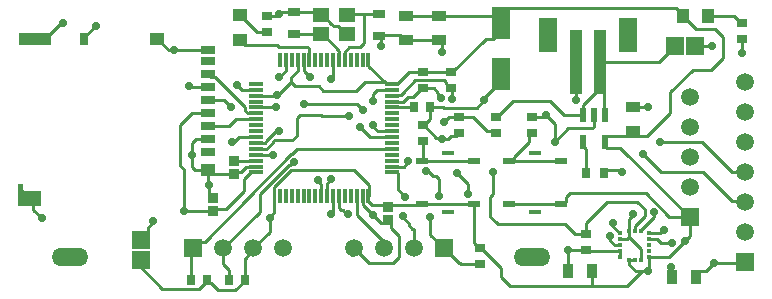
<source format=gbr>
G04*
G04 #@! TF.GenerationSoftware,Altium Limited,Altium Designer,22.4.2 (48)*
G04*
G04 Layer_Physical_Order=1*
G04 Layer_Color=255*
%FSLAX25Y25*%
%MOIN*%
G70*
G04*
G04 #@! TF.SameCoordinates,35B363B0-4A87-487E-8715-F30847FC6155*
G04*
G04*
G04 #@! TF.FilePolarity,Positive*
G04*
G01*
G75*
%ADD10C,0.04507*%
%ADD11R,0.11024X0.03937*%
%ADD12R,0.04724X0.03937*%
%ADD13R,0.03150X0.03937*%
%ADD14R,0.04724X0.02756*%
%ADD15R,0.03197X0.03666*%
%ADD16R,0.03765X0.04749*%
%ADD17R,0.04749X0.03765*%
%ADD18R,0.03937X0.01772*%
%ADD19R,0.03937X0.02362*%
%ADD20R,0.06299X0.11811*%
%ADD21R,0.03937X0.21654*%
%ADD22R,0.01378X0.01772*%
%ADD23R,0.01772X0.01378*%
%ADD24R,0.03197X0.02593*%
%ADD25R,0.03150X0.03543*%
%ADD26R,0.06127X0.06213*%
%ADD27R,0.06213X0.06127*%
%ADD28R,0.02593X0.03197*%
%ADD29R,0.05512X0.04528*%
%ADD30R,0.02362X0.04724*%
%ADD31R,0.04331X0.04724*%
%ADD32R,0.04724X0.04331*%
%ADD33R,0.04355X0.02977*%
%ADD34R,0.04724X0.01181*%
%ADD35R,0.01181X0.04724*%
%ADD36R,0.06299X0.11024*%
%ADD47C,0.01000*%
%ADD48R,0.05906X0.05906*%
%ADD49C,0.05906*%
%ADD50O,0.12205X0.06000*%
%ADD51R,0.05906X0.05906*%
%ADD52C,0.02756*%
G36*
X218689Y337280D02*
Y332161D01*
X211209D01*
Y339445D01*
X212587D01*
Y337870D01*
X213177Y337280D01*
X218689D01*
D01*
D02*
G37*
D10*
X215988Y334665D02*
D03*
D11*
X216720Y387870D02*
D03*
D12*
X257469D02*
D03*
X274398Y343972D02*
D03*
D13*
X233059Y387870D02*
D03*
D14*
X274398Y384130D02*
D03*
Y380390D02*
D03*
Y376059D02*
D03*
Y371728D02*
D03*
Y367398D02*
D03*
Y363067D02*
D03*
Y358736D02*
D03*
Y354406D02*
D03*
Y350075D02*
D03*
D15*
X276000Y334628D02*
D03*
Y330372D02*
D03*
X334500Y327372D02*
D03*
Y331628D02*
D03*
X283000Y342872D02*
D03*
Y347128D02*
D03*
D16*
X394429Y310500D02*
D03*
X402500D02*
D03*
X428965Y308500D02*
D03*
X437035D02*
D03*
D17*
X416000Y365035D02*
D03*
Y356965D02*
D03*
X351500Y395500D02*
D03*
Y387429D02*
D03*
X340500Y395535D02*
D03*
Y387465D02*
D03*
D18*
X383500Y330000D02*
D03*
Y349882D02*
D03*
X354500Y349941D02*
D03*
Y330059D02*
D03*
D19*
X374839Y332657D02*
D03*
Y347224D02*
D03*
X392161Y332657D02*
D03*
Y347224D02*
D03*
X363161Y347284D02*
D03*
Y332717D02*
D03*
X345839Y347284D02*
D03*
Y332717D02*
D03*
D20*
X414386Y389000D02*
D03*
X387614D02*
D03*
D21*
X397063Y380142D02*
D03*
X404937D02*
D03*
D22*
X418646Y314209D02*
D03*
X416677D02*
D03*
X414709D02*
D03*
Y323854D02*
D03*
X416677D02*
D03*
X418646D02*
D03*
D23*
X411854Y315094D02*
D03*
Y317063D02*
D03*
Y319032D02*
D03*
Y321000D02*
D03*
Y322969D02*
D03*
X421500D02*
D03*
Y321000D02*
D03*
Y319032D02*
D03*
Y317063D02*
D03*
Y315094D02*
D03*
D24*
X400500Y317336D02*
D03*
Y322664D02*
D03*
X346000Y359000D02*
D03*
Y353672D02*
D03*
X382500Y361664D02*
D03*
Y356336D02*
D03*
X370500D02*
D03*
Y361664D02*
D03*
X358000Y356336D02*
D03*
Y361664D02*
D03*
X294000Y395328D02*
D03*
Y390000D02*
D03*
X346000Y376664D02*
D03*
Y371336D02*
D03*
X365000Y318164D02*
D03*
Y312836D02*
D03*
X355500Y376664D02*
D03*
Y371336D02*
D03*
X452500Y387836D02*
D03*
Y393164D02*
D03*
D25*
X406406Y343000D02*
D03*
X400500D02*
D03*
D26*
X252000Y314098D02*
D03*
Y320902D02*
D03*
D27*
X430000Y385500D02*
D03*
X436804D02*
D03*
D28*
X286664Y307500D02*
D03*
X281336D02*
D03*
X274164D02*
D03*
X268836D02*
D03*
X348500Y365000D02*
D03*
X343172D02*
D03*
D29*
X320831Y395650D02*
D03*
X312169D02*
D03*
Y389350D02*
D03*
X320831D02*
D03*
D30*
X406740Y353445D02*
D03*
X399260D02*
D03*
Y362500D02*
D03*
X403000D02*
D03*
X406740D02*
D03*
D31*
X432866Y395500D02*
D03*
X441134D02*
D03*
D32*
X285000Y387366D02*
D03*
Y395634D02*
D03*
D33*
X331500Y388858D02*
D03*
Y396142D02*
D03*
X303000Y396642D02*
D03*
Y389358D02*
D03*
D34*
X335776Y372843D02*
D03*
Y370874D02*
D03*
Y368906D02*
D03*
Y366937D02*
D03*
Y364969D02*
D03*
Y363000D02*
D03*
Y361032D02*
D03*
Y359063D02*
D03*
Y357095D02*
D03*
Y355126D02*
D03*
Y353158D02*
D03*
Y351189D02*
D03*
Y349221D02*
D03*
Y347252D02*
D03*
Y345284D02*
D03*
Y343315D02*
D03*
X290500D02*
D03*
Y345284D02*
D03*
Y347252D02*
D03*
Y349221D02*
D03*
Y351189D02*
D03*
Y353158D02*
D03*
Y355126D02*
D03*
Y357095D02*
D03*
Y359063D02*
D03*
Y361032D02*
D03*
Y363000D02*
D03*
Y364969D02*
D03*
Y366937D02*
D03*
Y368906D02*
D03*
Y370874D02*
D03*
Y372843D02*
D03*
D35*
X327902Y335441D02*
D03*
X325933D02*
D03*
X323965D02*
D03*
X321996D02*
D03*
X320028D02*
D03*
X318059D02*
D03*
X316091D02*
D03*
X314122D02*
D03*
X312154D02*
D03*
X310185D02*
D03*
X308217D02*
D03*
X306248D02*
D03*
X304280D02*
D03*
X302311D02*
D03*
X300343D02*
D03*
X298374D02*
D03*
Y380717D02*
D03*
X300343D02*
D03*
X302311D02*
D03*
X304280D02*
D03*
X306248D02*
D03*
X308217D02*
D03*
X310185D02*
D03*
X312154D02*
D03*
X314122D02*
D03*
X316091D02*
D03*
X318059D02*
D03*
X320028D02*
D03*
X321996D02*
D03*
X323965D02*
D03*
X325933D02*
D03*
X327902D02*
D03*
D36*
X372000Y376035D02*
D03*
Y392965D02*
D03*
D47*
X424000Y321000D02*
X425318Y319682D01*
X428912D01*
X423000Y328406D02*
Y330000D01*
X395000Y336500D02*
X420269D01*
X428199Y328571D01*
X434929D01*
X416717Y325510D02*
X420000Y328793D01*
X417500Y333500D02*
X420000Y331000D01*
Y328793D02*
Y331000D01*
X414709Y323854D02*
Y327733D01*
X416000Y329025D01*
Y329500D01*
X424994Y322969D02*
X426025Y324000D01*
X421500Y322969D02*
X424994D01*
X426025Y324000D02*
X426500D01*
X414709Y321775D02*
X418646Y317838D01*
X333500Y326500D02*
X334880D01*
X335340Y326039D01*
Y324659D02*
Y326039D01*
X333487Y326513D02*
X333500Y326500D01*
X326000Y332500D02*
X331987Y326513D01*
X335340Y324659D02*
X338000Y322000D01*
X331987Y326513D02*
X333487D01*
X249500Y322500D02*
X253555D01*
X254563Y323508D01*
Y325088D01*
X256000Y326525D02*
Y327000D01*
X254563Y325088D02*
X256000Y326525D01*
X440374Y310374D02*
X443000Y313000D01*
X437035Y308500D02*
Y308992D01*
X438418Y310374D01*
X440374D01*
X416000Y365035D02*
X420965D01*
X421000Y365000D01*
X420807Y355307D02*
X428500Y363000D01*
X407421Y355307D02*
X420807D01*
X428500Y363000D02*
Y370000D01*
X402500Y305500D02*
X413957D01*
X375000D02*
X402500D01*
Y310500D01*
X394429D02*
X394500Y310571D01*
Y317500D01*
X372000Y308500D02*
X375000Y305500D01*
X413957D02*
X418957Y310500D01*
X372000Y308500D02*
Y311466D01*
X394500Y317500D02*
X394582Y317418D01*
X400418D01*
X400773Y317063D01*
X335776Y343315D02*
X337547D01*
X337638Y337636D02*
Y343224D01*
Y337636D02*
X340000Y335274D01*
X337547Y343315D02*
X337638Y343224D01*
X274901Y335727D02*
Y338981D01*
X274398Y339484D02*
Y343972D01*
X274901Y335727D02*
X276000Y334628D01*
X274398Y339484D02*
X274901Y338981D01*
X280508Y331008D02*
X286500Y337000D01*
X277099Y331008D02*
X280508D01*
X286500Y337000D02*
Y341087D01*
X277000Y330500D02*
Y330909D01*
X266500Y330500D02*
X277000D01*
Y330909D02*
X277099Y331008D01*
X266500Y330500D02*
Y344238D01*
X265000Y345738D02*
Y359000D01*
Y345738D02*
X266500Y344238D01*
X312023Y362500D02*
X312523Y362000D01*
X321500D01*
X397000Y380079D02*
X397063Y380142D01*
X397000Y367335D02*
Y380079D01*
X350466Y354836D02*
X352164D01*
X352500Y354500D01*
X346000Y359000D02*
X346302D01*
X350466Y354836D01*
X346302Y359000D02*
X348500Y361198D01*
X369500Y336275D02*
Y343500D01*
X368500Y335275D02*
X369500Y336275D01*
X368500Y328525D02*
Y335275D01*
X355198Y371336D02*
X355500D01*
X355889Y370947D01*
Y367880D02*
Y370947D01*
X375224Y347224D02*
X392161D01*
X375224D02*
X375500Y347500D01*
X374839Y347224D02*
X375224D01*
X375500Y347500D02*
X375902D01*
X350818Y369657D02*
X352000Y368475D01*
Y368000D02*
Y368475D01*
X363999Y364833D02*
X366500Y367335D01*
X352871Y365000D02*
X353037Y364833D01*
X348500Y365000D02*
X352871D01*
X349664Y371336D02*
X350818Y370181D01*
Y369657D02*
Y370181D01*
X353037Y364833D02*
X363999D01*
X390000Y353500D02*
Y359500D01*
X387000Y362500D02*
X390000Y359500D01*
X339425Y369925D02*
X343500Y374000D01*
X339425Y369750D02*
Y369925D01*
X335776Y368906D02*
X335866Y368996D01*
X343500Y374000D02*
X352914D01*
X338671Y368996D02*
X339425Y369750D01*
X335866Y368996D02*
X338671D01*
X339437Y366937D02*
X341000Y368500D01*
X342862D01*
X335776Y366937D02*
X339437D01*
X351500Y335382D02*
Y341000D01*
X345217Y332717D02*
X363161D01*
X330930Y357095D02*
X335776D01*
X329500Y358525D02*
X330930Y357095D01*
X329500Y358525D02*
Y359000D01*
X316262Y392098D02*
X317590D01*
X315458Y392902D02*
X316262Y392098D01*
X312661Y395650D02*
X315409Y392902D01*
X320339Y389350D02*
X320831D01*
X317590Y392098D02*
X320339Y389350D01*
X315409Y392902D02*
X315458D01*
X312169Y395650D02*
X312661D01*
X326500Y386500D02*
Y396142D01*
X325058Y385058D02*
X326500Y386500D01*
X321432Y385058D02*
X325058D01*
X326500Y396142D02*
X331500D01*
X323642D02*
X326500D01*
X319937Y383563D02*
X321432Y385058D01*
X312661Y389350D02*
X318059Y383953D01*
Y380717D02*
Y383953D01*
X319937Y380807D02*
X320028Y380717D01*
X319937Y380807D02*
Y383563D01*
X286850Y363845D02*
Y365150D01*
X274398Y376059D02*
X275276Y375181D01*
X276819D01*
X286850Y365150D01*
X287604Y363091D02*
X288638D01*
X288728Y363000D01*
X290500D01*
X286850Y363845D02*
X287604Y363091D01*
X296685Y356664D02*
X297664D01*
X294150Y354128D02*
X296685Y356664D01*
X295937Y353388D02*
X296523Y353974D01*
X295937Y353262D02*
Y353388D01*
X304000Y355500D02*
Y361500D01*
X294150Y354002D02*
Y354128D01*
X293395Y353248D02*
X294150Y354002D01*
X290558Y351132D02*
X293807D01*
X302474Y353974D02*
X304000Y355500D01*
X293807Y351132D02*
X295937Y353262D01*
X290591Y353248D02*
X293395D01*
X290500Y353158D02*
X290591Y353248D01*
X296523Y353974D02*
X302474D01*
X304000Y361500D02*
X305000Y362500D01*
X287647Y334947D02*
X302031Y349331D01*
X271763Y320263D02*
X273263D01*
X302660Y346665D02*
X303135D01*
X287647Y334647D02*
Y334947D01*
X302031Y349331D02*
X302331D01*
X273263Y320263D02*
X287647Y334647D01*
X301287Y345787D02*
X301782D01*
X302331Y349331D02*
X304189Y351189D01*
X301782Y345787D02*
X302660Y346665D01*
X291719Y336219D02*
X301287Y345787D01*
X304189Y351189D02*
X335776D01*
X269500Y318000D02*
X271763Y320263D01*
X302160Y344000D02*
X323000D01*
X296496Y338336D02*
X302160Y344000D01*
X296496Y329971D02*
Y338336D01*
X295000Y328475D02*
X296496Y329971D01*
X295000Y323500D02*
Y328475D01*
X291719Y330219D02*
Y336219D01*
X339500Y328207D02*
Y328665D01*
X312154Y335441D02*
Y339371D01*
X311135Y340390D02*
X312154Y339371D01*
X311135Y340390D02*
Y340865D01*
X349364Y342216D02*
X350284D01*
X361000Y336054D02*
Y339500D01*
X347643Y343937D02*
X349364Y342216D01*
X347168Y343937D02*
X347643D01*
X350284Y342216D02*
X351500Y341000D01*
X357500Y343000D02*
X361000Y339500D01*
X357335Y343000D02*
X357500D01*
X339603Y345284D02*
X341000Y346680D01*
X335776Y345284D02*
X339603D01*
X341000Y346680D02*
Y347000D01*
X366836Y368509D02*
X371000Y372673D01*
X432866Y395303D02*
Y395697D01*
X375212Y397976D02*
X375235Y398000D01*
X430366D02*
X431004Y397362D01*
X372000Y392965D02*
Y395327D01*
X375235Y398000D02*
X430366D01*
X372000Y395327D02*
X374650Y397976D01*
X375212D01*
X322061Y315734D02*
X323827Y317500D01*
X323664Y317336D02*
X328000Y313000D01*
X323000Y318000D02*
X323664Y317336D01*
X338000Y315000D02*
Y322000D01*
X336000Y313000D02*
X338000Y315000D01*
X328000Y313000D02*
X336000D01*
X390000Y353500D02*
X394500Y358000D01*
X403000Y358586D02*
Y362500D01*
X402414Y358000D02*
X403000Y358586D01*
X394500Y358000D02*
X402414D01*
X353621Y372913D02*
Y373293D01*
X352914Y374000D02*
X353621Y373293D01*
Y372913D02*
X355198Y371336D01*
X345698D02*
X346000D01*
X342862Y368500D02*
X345698Y371336D01*
X335776Y364969D02*
X343140D01*
X343172Y365000D01*
X346000Y371336D02*
X349664D01*
X329500Y367000D02*
Y369494D01*
X330880Y370874D01*
X335776D01*
X305000Y362500D02*
X312023D01*
X306500Y366000D02*
X323930D01*
X325930Y364000D02*
X326000D01*
X323930Y366000D02*
X325930Y364000D01*
X326000Y332500D02*
Y335374D01*
X275263Y306401D02*
X277664Y304000D01*
X259196Y304500D02*
X271466D01*
X333347Y373500D02*
X334004Y372843D01*
X335776D01*
X277664Y304000D02*
X283466D01*
X271466Y304500D02*
X274164Y307198D01*
X251606Y312090D02*
X259196Y304500D01*
X283466Y304000D02*
X286664Y307198D01*
X325933Y335441D02*
X326000Y335374D01*
X348500Y322500D02*
Y328500D01*
Y322500D02*
X353000Y318000D01*
X315500Y329975D02*
X316091Y330566D01*
Y335441D01*
X315500Y329500D02*
Y329975D01*
X320525Y329500D02*
X321000D01*
X319396Y330629D02*
X320525Y329500D01*
X318059Y331336D02*
Y335441D01*
X318766Y330629D02*
X319396D01*
X318059Y331336D02*
X318766Y330629D01*
X341339Y325661D02*
Y326368D01*
X339500Y328207D02*
X341339Y326368D01*
Y325661D02*
X342500Y324500D01*
X343000Y318000D02*
Y324500D01*
X342500D02*
X343000D01*
X306339Y377162D02*
Y380626D01*
Y377162D02*
X308500Y375000D01*
X311337Y372000D02*
X312837Y370500D01*
X303500Y372000D02*
X311337D01*
X302028Y373472D02*
X303500Y372000D01*
X316091Y375566D02*
Y380717D01*
X315500Y374500D02*
Y374975D01*
X316091Y375566D01*
X326825Y373500D02*
X333347D01*
X327902Y378945D02*
X333347Y373500D01*
X323825Y370500D02*
X326825Y373500D01*
X335776Y372843D02*
X337547D01*
X312837Y370500D02*
X323825D01*
X376138Y367000D02*
X388500D01*
X393000Y362500D02*
X399260D01*
X388500Y367000D02*
X393000Y362500D01*
X386164Y361664D02*
X387000Y362500D01*
X382500Y361664D02*
X386164D01*
X365302Y318164D02*
X372000Y311466D01*
X418957Y310500D02*
X420914D01*
X417000D02*
X418957D01*
X365000Y318164D02*
X365302D01*
X393630Y333338D02*
Y335130D01*
X395000Y336500D01*
X392949Y332657D02*
X393630Y333338D01*
X392221Y332657D02*
X392949D01*
X374839D02*
X392161D01*
X368500Y328525D02*
X370250Y326775D01*
Y326750D02*
Y326775D01*
Y326750D02*
X371000Y326000D01*
X393500D01*
X396836Y322664D02*
X400500D01*
X393500Y326000D02*
X396836Y322664D01*
X314122Y335441D02*
Y339622D01*
X315500Y341000D01*
X414709Y321775D02*
Y323854D01*
X412000Y344000D02*
X412500Y343500D01*
X407406Y344000D02*
X412000D01*
X406406Y343000D02*
X407406Y344000D01*
X300252Y377252D02*
Y379500D01*
X298000Y375000D02*
X300252Y377252D01*
Y379500D02*
X300343Y379591D01*
Y380717D01*
X297664Y356664D02*
X298000Y357000D01*
X290500Y351189D02*
X290558Y351132D01*
X284601Y355126D02*
X290500D01*
X282975Y353500D02*
X284601Y355126D01*
X282500Y353500D02*
X282975D01*
X325000Y358500D02*
X328374Y355126D01*
X335776D01*
X306248Y380717D02*
X306339Y380626D01*
X304280Y377280D02*
Y380717D01*
X302028Y373472D02*
Y375028D01*
X304280Y377280D01*
X297461Y368906D02*
X302028Y373472D01*
X407500Y333500D02*
X417500D01*
X400500Y326500D02*
X407500Y333500D01*
X400500Y322664D02*
Y326500D01*
X297985Y395985D02*
X298642Y396642D01*
X297328Y395328D02*
X297985Y395985D01*
X274164Y307198D02*
Y307500D01*
X352500Y383500D02*
Y386429D01*
X351500Y387429D02*
X352500Y386429D01*
X331929Y388858D02*
X332358D01*
X332000Y385500D02*
Y388787D01*
X331929Y388858D02*
X332000Y388787D01*
X331500Y388858D02*
X331929D01*
X340008Y387465D02*
X340500D01*
X351465D01*
X351500Y387429D01*
X338473Y389000D02*
X340008Y387465D01*
X332500Y389000D02*
X338473D01*
X332358Y388858D02*
X332500Y389000D01*
X320831Y389350D02*
X321323Y388858D01*
X303000Y396642D02*
X310358D01*
X311350Y395650D01*
X312169D01*
X298642Y396642D02*
X303000D01*
X294000Y395328D02*
X297328D01*
X285000Y395634D02*
X285197D01*
X290831Y390000D01*
X294000D01*
X297299Y385701D02*
X298000Y385000D01*
X285000Y387366D02*
X286665Y385701D01*
X297299D01*
X307631Y385000D02*
X308217Y384414D01*
Y380717D02*
Y384414D01*
X298000Y385000D02*
X307631D01*
X272000Y384000D02*
X272500Y383500D01*
X263000Y384000D02*
X272000D01*
X272500Y383500D02*
X273768D01*
X274398Y384130D01*
X416677Y323854D02*
X416717Y323895D01*
Y325510D01*
X418646Y324051D02*
X423000Y328406D01*
X421500Y321000D02*
X424000D01*
X418646Y323854D02*
Y324051D01*
X411657Y322969D02*
X411854D01*
X409500Y325126D02*
X411657Y322969D01*
X409500Y325126D02*
Y326500D01*
X408500Y320500D02*
X410000Y319000D01*
X408500Y320500D02*
Y322000D01*
X410000Y319000D02*
X411823D01*
X411854Y319032D01*
X348500Y361198D02*
Y365000D01*
X352500Y354500D02*
X354500D01*
X355539Y355539D02*
X357203D01*
X354500Y354500D02*
X355539Y355539D01*
X357203D02*
X358000Y356336D01*
X371000Y372673D02*
Y373000D01*
X372000Y374000D01*
Y376035D01*
X449862Y395500D02*
X452198Y393164D01*
X452500D01*
X441134Y395500D02*
X449862D01*
X436804Y385500D02*
X442500D01*
X446000Y381500D02*
Y388500D01*
X436944Y391225D02*
X443275D01*
X446000Y388500D01*
X436000Y377500D02*
X442000D01*
X446000Y381500D01*
X428500Y370000D02*
X436000Y377500D01*
X433500Y320500D02*
X435000Y322000D01*
X428094Y315094D02*
X433500Y320500D01*
X452500Y383000D02*
Y387836D01*
X400500Y343000D02*
Y351024D01*
X399260Y352264D02*
Y353445D01*
Y352264D02*
X400500Y351024D01*
X268000Y372000D02*
X268272Y371728D01*
X274398D01*
X285626Y370874D02*
X288910D01*
X284000Y372500D02*
X285626Y370874D01*
X288910D02*
X289000Y370965D01*
X289090Y370874D01*
X290500D01*
X353000Y360000D02*
X354664Y361664D01*
X358000D01*
X370198Y356336D02*
X370500D01*
X269000Y349000D02*
Y353000D01*
Y345000D02*
Y349000D01*
X290409Y345193D02*
X290500Y345284D01*
X287193Y345193D02*
X290409D01*
X285513Y343513D02*
X287193Y345193D01*
X283641Y343513D02*
X285513D01*
X283000Y342872D02*
X283641Y343513D01*
X274398Y343972D02*
X275498Y342872D01*
X283000D01*
X346000Y347445D02*
Y353672D01*
X345839Y347284D02*
X346000Y347445D01*
X381401Y353401D02*
Y355539D01*
X375902Y347500D02*
X376307Y347905D01*
Y348307D01*
X381401Y353401D01*
Y355539D02*
X382198Y356336D01*
X382500D01*
X345839Y347284D02*
X363161D01*
X400773Y317063D02*
X411854D01*
X411760Y315000D02*
X411854Y315094D01*
X418646Y314209D02*
Y317838D01*
X414123Y321189D02*
X414709Y321775D01*
X412043Y321189D02*
X414123D01*
X411854Y321000D02*
X412043Y321189D01*
X411854Y315094D02*
Y317063D01*
X290516Y364984D02*
X296984D01*
X297000Y365000D01*
X290500Y364969D02*
X290516Y364984D01*
X419500Y349500D02*
X425500Y343500D01*
X439500D01*
X449047Y333953D01*
X453047D02*
X453500Y333500D01*
X449047Y333953D02*
X453047D01*
X425000Y353500D02*
X439000D01*
X449000Y343500D01*
X453500D01*
X323827Y317500D02*
X324000D01*
X323500Y318000D02*
X324000Y317500D01*
X323000Y318000D02*
X323500D01*
X215988Y334665D02*
X216088Y334565D01*
Y330912D02*
Y334565D01*
Y330912D02*
X219000Y328000D01*
X219500Y388000D02*
X220394D01*
X225394Y393000D01*
X226000D01*
X216720Y387870D02*
X219370D01*
X219500Y388000D01*
X233059Y387870D02*
Y388264D01*
X236795Y392000D01*
X237000D01*
X259231Y386244D02*
X261474Y384000D01*
X263000D01*
X257469Y387870D02*
X257762D01*
X259231Y386402D01*
Y386244D02*
Y386402D01*
X269000Y353000D02*
X270406Y354406D01*
X274398D01*
X270028Y343972D02*
X274398D01*
X269000Y345000D02*
X270028Y343972D01*
X358000Y361664D02*
X362836D01*
X367500Y357000D01*
X369836D01*
X370500Y356336D01*
X370802Y361664D02*
X376138Y367000D01*
X370500Y361664D02*
X370802D01*
X399260Y362500D02*
X399276Y362517D01*
X323000Y344000D02*
X328000Y339000D01*
X314031Y380807D02*
X314122Y380717D01*
X435000Y322000D02*
Y328500D01*
X411888Y351612D02*
X434929Y328571D01*
X407421Y351612D02*
X411888D01*
X406740Y353445D02*
Y354626D01*
Y352294D02*
Y353445D01*
Y352294D02*
X407421Y351612D01*
X432866Y395303D02*
X436944Y391225D01*
X431201Y397362D02*
X432866Y395697D01*
X406740Y354626D02*
X407421Y355307D01*
X269067Y363067D02*
X274398D01*
X265000Y359000D02*
X269067Y363067D01*
X290500Y368906D02*
X297461D01*
X414898Y312602D02*
Y314020D01*
X414709Y314209D02*
X414898Y314020D01*
Y312602D02*
X417000Y310500D01*
X421500Y311086D02*
Y315094D01*
X420914Y310500D02*
X421500Y311086D01*
Y315094D02*
X428094D01*
X328963Y332608D02*
X345108D01*
X327902Y333669D02*
X328963Y332608D01*
X327902Y333669D02*
Y335441D01*
X345108Y332608D02*
X345217Y332717D01*
X327992Y338164D02*
X328000Y338172D01*
Y339000D01*
X327902Y335441D02*
X327992Y335532D01*
Y338164D01*
X363161Y319701D02*
Y332687D01*
X353000Y318000D02*
X358000Y313000D01*
X358500D01*
X358664Y312836D01*
X365000D01*
X363161Y319701D02*
X364698Y318164D01*
X365000D01*
X429957Y385500D02*
X430000D01*
X424599Y380142D02*
X429957Y385500D01*
X404937Y380142D02*
X424599D01*
X406000Y370000D02*
X406500Y369500D01*
Y362673D02*
Y369500D01*
X399276Y365776D02*
X403315Y369815D01*
X403469D02*
X404937Y371284D01*
X399276Y362517D02*
Y365776D01*
X403315Y369815D02*
X403469D01*
X404937Y371284D02*
Y380142D01*
X327902Y378945D02*
Y380717D01*
X337547Y372843D02*
X341369Y376664D01*
X346000D01*
X355500D02*
X355802D01*
X346000D02*
X355500D01*
X369350Y387953D02*
X372000Y390602D01*
Y392965D01*
X355802Y376664D02*
X367091Y387953D01*
X369350D01*
X274563Y306800D02*
X274961Y306401D01*
X251563Y312090D02*
X251606D01*
X286664Y307198D02*
Y307500D01*
X274961Y306401D02*
X275263D01*
X279500Y318000D02*
X291719Y330219D01*
X289500Y318000D02*
X295000Y323500D01*
X286500Y341087D02*
X288728Y343315D01*
X290500D01*
X279500Y312686D02*
Y318000D01*
X289500Y317374D02*
Y318000D01*
X286664Y307500D02*
Y314539D01*
X289500Y317374D01*
X281336Y307500D02*
Y310850D01*
X279500Y312686D02*
X281336Y310850D01*
X268836Y307500D02*
Y316164D01*
X268500Y316500D02*
X268836Y316164D01*
X268500Y316500D02*
X269500Y317500D01*
Y318000D01*
X351500Y395500D02*
X369465D01*
X372000Y392965D01*
X340500Y395535D02*
X351465D01*
X351500Y395500D01*
X414709Y314209D02*
X416677D01*
X443000Y313000D02*
X453000D01*
X453500Y313500D01*
X431004Y397362D02*
X431201D01*
X320831Y395650D02*
X321181Y396000D01*
X312169Y389350D02*
X312661D01*
X312161Y389358D02*
X312169Y389350D01*
X323500Y396000D02*
X323642Y396142D01*
X303858Y389358D02*
X312161D01*
X303500Y389000D02*
X303858Y389358D01*
X303142D02*
X303500Y389000D01*
X303000Y389358D02*
X303142D01*
X290500Y349221D02*
X290591Y349130D01*
X295870D02*
X296000Y349000D01*
X290591Y349130D02*
X295870D01*
X283124Y347252D02*
X290500D01*
X283000Y347128D02*
X283124Y347252D01*
X283642Y361032D02*
X290500D01*
X274398Y358736D02*
X281346D01*
X283642Y361032D01*
X279602Y367398D02*
X282000Y365000D01*
X274398Y367398D02*
X279602D01*
X323965Y329035D02*
Y335441D01*
Y329035D02*
X333914Y319086D01*
D48*
X353000Y318000D02*
D03*
X269500D02*
D03*
D49*
X343000D02*
D03*
X333000D02*
D03*
X323000D02*
D03*
X279500D02*
D03*
X289500D02*
D03*
X299500D02*
D03*
X453500Y373500D02*
D03*
Y363500D02*
D03*
Y353500D02*
D03*
Y343500D02*
D03*
Y323500D02*
D03*
Y333500D02*
D03*
X435000Y368500D02*
D03*
Y358500D02*
D03*
Y348500D02*
D03*
Y338500D02*
D03*
D50*
X382500Y315000D02*
D03*
X228500D02*
D03*
D51*
X453500Y313500D02*
D03*
X435000Y328500D02*
D03*
D52*
X428912Y319682D02*
D03*
X423000Y330000D02*
D03*
X416000Y329500D02*
D03*
X426500Y324000D02*
D03*
X402500Y310336D02*
D03*
X421000Y310500D02*
D03*
X436828Y308500D02*
D03*
X428835Y311777D02*
D03*
X297500Y369000D02*
D03*
X256000Y327000D02*
D03*
X421000Y365000D02*
D03*
X394500Y317500D02*
D03*
X340000Y335274D02*
D03*
X274650Y339232D02*
D03*
X266500Y330500D02*
D03*
X321500Y362000D02*
D03*
X369500Y343500D02*
D03*
X355889Y367880D02*
D03*
X390000Y353500D02*
D03*
X352000Y368000D02*
D03*
X351500Y335382D02*
D03*
X329500Y359000D02*
D03*
X303135Y346665D02*
D03*
X339500Y328665D02*
D03*
X311135Y340865D02*
D03*
X347168Y343937D02*
D03*
X361000Y336054D02*
D03*
X357335Y343000D02*
D03*
X341000Y347000D02*
D03*
X366500Y367335D02*
D03*
X397000D02*
D03*
X329500Y367000D02*
D03*
X326000Y364000D02*
D03*
X329250Y329250D02*
D03*
X348500Y328500D02*
D03*
X315500Y329500D02*
D03*
X321000D02*
D03*
X308500Y375000D02*
D03*
X315500Y374500D02*
D03*
X387000Y362500D02*
D03*
X315500Y341000D02*
D03*
X412500Y343500D02*
D03*
X298000Y375000D02*
D03*
Y357000D02*
D03*
X282500Y353500D02*
D03*
X325000Y358500D02*
D03*
X306500Y366000D02*
D03*
X352500Y383500D02*
D03*
X332000Y385500D02*
D03*
X297985Y395985D02*
D03*
X409500Y326500D02*
D03*
X408500Y322000D02*
D03*
X352500Y354500D02*
D03*
X442500Y385500D02*
D03*
X452500Y383000D02*
D03*
X284000Y372500D02*
D03*
X268000Y372000D02*
D03*
X353000Y360000D02*
D03*
X263000Y384000D02*
D03*
X237000Y392000D02*
D03*
X226000Y393000D02*
D03*
X219000Y328000D02*
D03*
X297000Y365000D02*
D03*
X419500Y349500D02*
D03*
X425000Y353500D02*
D03*
X269000Y349000D02*
D03*
X295000Y328000D02*
D03*
X443000Y313000D02*
D03*
X433500Y320500D02*
D03*
X296000Y349000D02*
D03*
X282000Y365000D02*
D03*
M02*

</source>
